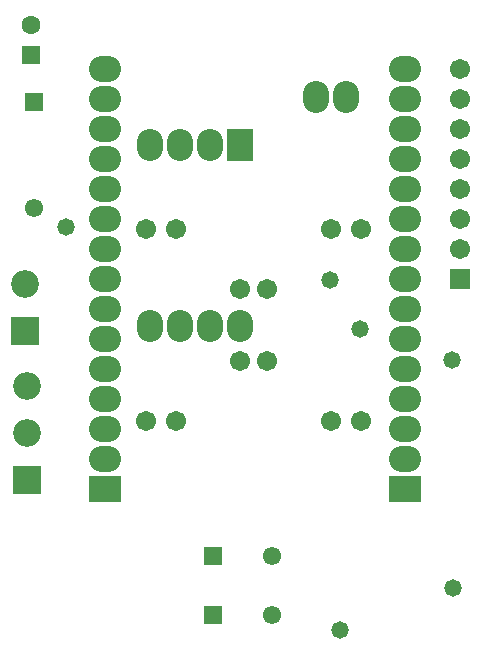
<source format=gbr>
G04*
G04 #@! TF.GenerationSoftware,Altium Limited,Altium Designer,25.4.2 (15)*
G04*
G04 Layer_Color=16711935*
%FSLAX44Y44*%
%MOMM*%
G71*
G04*
G04 #@! TF.SameCoordinates,0D125D48-EFC7-4563-9314-FCFFD8E44349*
G04*
G04*
G04 #@! TF.FilePolarity,Negative*
G04*
G01*
G75*
%ADD18C,1.7032*%
%ADD19C,1.5532*%
%ADD20R,1.5532X1.5532*%
%ADD21O,2.2032X2.7032*%
%ADD22R,2.2032X2.7032*%
%ADD23R,1.7032X1.7032*%
%ADD24O,2.7032X2.2032*%
%ADD25R,2.7032X2.2032*%
%ADD26C,2.3532*%
%ADD27R,2.3532X2.3532*%
%ADD28C,1.6032*%
%ADD29R,1.6032X1.6032*%
%ADD30R,1.5532X1.5532*%
%ADD31C,1.4732*%
D18*
X221250Y245000D02*
D03*
Y306554D02*
D03*
X244000D02*
D03*
Y245000D02*
D03*
X407500Y339900D02*
D03*
Y365300D02*
D03*
Y390700D02*
D03*
Y416100D02*
D03*
Y441500D02*
D03*
Y466900D02*
D03*
Y492300D02*
D03*
X141750Y357060D02*
D03*
X167150D02*
D03*
X323500Y194500D02*
D03*
X298100D02*
D03*
Y357060D02*
D03*
X323500D02*
D03*
X167150Y194500D02*
D03*
X141750D02*
D03*
D19*
X247750Y30500D02*
D03*
Y79750D02*
D03*
X46250Y374750D02*
D03*
D20*
X197750Y30500D02*
D03*
Y79750D02*
D03*
D21*
X285450Y468800D02*
D03*
X310850D02*
D03*
X145050Y274600D02*
D03*
X170450D02*
D03*
X195850D02*
D03*
X221250D02*
D03*
X145050Y428000D02*
D03*
X170450D02*
D03*
X195850D02*
D03*
D22*
X221250D02*
D03*
D23*
X407500Y314500D02*
D03*
D24*
X360500Y492300D02*
D03*
Y466900D02*
D03*
Y441500D02*
D03*
Y416100D02*
D03*
Y390700D02*
D03*
Y365300D02*
D03*
Y339900D02*
D03*
Y314500D02*
D03*
Y289100D02*
D03*
Y263700D02*
D03*
Y238300D02*
D03*
Y212900D02*
D03*
Y187500D02*
D03*
Y162100D02*
D03*
X106500Y212900D02*
D03*
Y492300D02*
D03*
Y466900D02*
D03*
Y441500D02*
D03*
Y416100D02*
D03*
Y390700D02*
D03*
Y365300D02*
D03*
Y339900D02*
D03*
Y314500D02*
D03*
Y289100D02*
D03*
Y263700D02*
D03*
Y238300D02*
D03*
Y187500D02*
D03*
Y162100D02*
D03*
D25*
X360500Y136700D02*
D03*
X106500D02*
D03*
D26*
X40750Y223850D02*
D03*
Y184250D02*
D03*
X39250Y310500D02*
D03*
D27*
X40750Y144650D02*
D03*
X39250Y270900D02*
D03*
D28*
X43750Y529701D02*
D03*
D29*
Y504300D02*
D03*
D30*
X46250Y464750D02*
D03*
D31*
X73250Y358750D02*
D03*
X322500Y272500D02*
D03*
X401500Y53000D02*
D03*
X297500Y313500D02*
D03*
X305750Y17750D02*
D03*
X400626Y246080D02*
D03*
M02*

</source>
